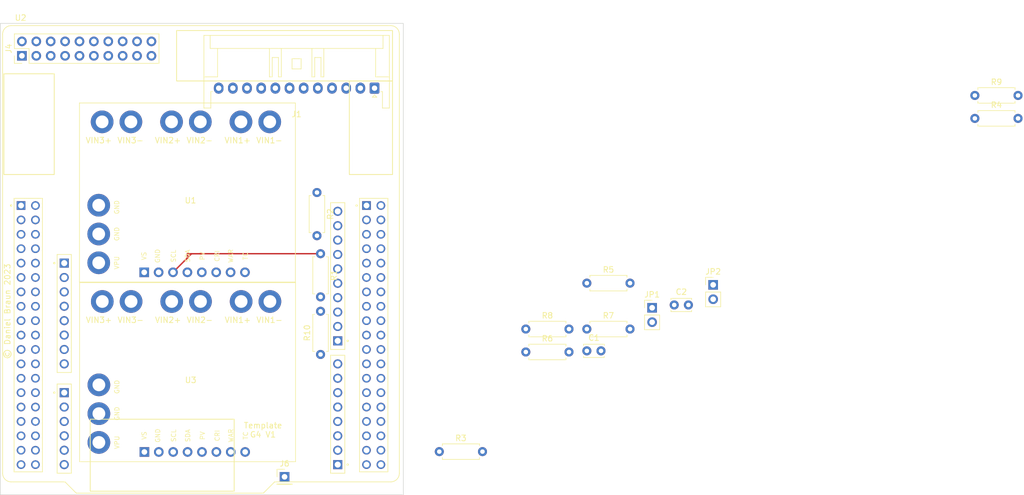
<source format=kicad_pcb>
(kicad_pcb (version 20211014) (generator pcbnew)
  (layers (0 "F.Cu" signal) (31 "B.Cu" signal) (34 "B.Paste" user) (35 "F.Paste" user) (36 "B.SilkS" user "B.Silkscreen") (37 "F.SilkS" user "F.Silkscreen") (38 "B.Mask" user) (39 "F.Mask" user) (44 "Edge.Cuts" user))
  (net 0 "")
  (net 1 "GND")
  (net 2 "5VCPU")
  (net 3 "3V3")
  (net 4 "12V")
  (net 5 "5V")
  (net 56 "I2C3_CK")
  (net 57 "T0C")
  (net 58 "I2C3_DTA")
  (net 59 "T1C")
  (net 60 "I2C3_SCL")
  (net 62 "+3V3")
  (net 63 "I2C3_SDA")
  (net 65 "T2C")
  (net 66 "T3C")
  (net 67 "T0A")
  (net 68 "T0B")
  (net 69 "T1A")
  (net 70 "T1B")
  (net 71 "T2A")
  (net 72 "T2B")
  (net 73 "T3A")
  (net 74 "T3B")
  (net 75 "R0A")
  (net 76 "R0B")
  (net 77 "R1A")
  (net 78 "R1B")
  (net 79 "Net-(R3-Pad2)")
  (net 80 "Net-(R4-Pad2)")
  (net 81 "R2A")
  (net 82 "R2B")
  (net 83 "Net-(R5-Pad2)")
  (net 88 "Net-(R6-Pad2)")
  (net 89 "Net-(R7-Pad2)")
  (net 92 "Net-(R8-Pad2)")
  (net 93 "T4C")
  (net 94 "T4B")
  (net 95 "T5C")
  (net 96 "T5B")
  (net 97 "Net-(JP1-Pad2)")
  (net 98 "Net-(JP2-Pad2)")
  (net 103 "T4A")
  (net 104 "T5A")
  (footprint "Resistor_THT:R_Axial_DIN0207_L6.3mm_D2.5mm_P7.62mm_Horizontal" (layer "F.Cu") (at 243.73 76.215)
    (fp_text reference "R9" (at 3.81 -2.37) (layer "F.SilkS"))
    (fp_text value "10k")
    (fp_line (start 0.54 -1.37) (end 7.08 -1.37) (layer "F.SilkS") (width 0.12))
    (fp_line (start 0.54 1.04) (end 0.54 1.37) (layer "F.SilkS") (width 0.12))
    (fp_line (start 7.08 -1.37) (end 7.08 -1.04) (layer "F.SilkS") (width 0.12))
    (fp_line (start 0.54 1.37) (end 7.08 1.37) (layer "F.SilkS") (width 0.12))
    (fp_line (start 0.54 -1.04) (end 0.54 -1.37) (layer "F.SilkS") (width 0.12))
    (fp_line (start 7.08 1.37) (end 7.08 1.04) (layer "F.SilkS") (width 0.12))
    (pad "1" thru_hole circle (at 0 0) (size 1.6 1.6) (drill 0.8) (layers *.Cu *.Mask) (net 60 "I2C3_SCL"))
    (pad "2" thru_hole oval (at 7.62 0) (size 1.6 1.6) (drill 0.8) (layers *.Cu *.Mask) (net 62 "+3V3"))
  )
  (footprint "Resistor_THT:R_Axial_DIN0207_L6.3mm_D2.5mm_P7.62mm_Horizontal" (layer "F.Cu") (at 128.27 104.14 -90)
    (fp_text reference "R1" (at 3.81 -2.37 90) (layer "F.SilkS"))
    (fp_text value "10k")
    (fp_line (start 7.08 -1.37) (end 7.08 -1.04) (layer "F.SilkS") (width 0.12))
    (fp_line (start 0.54 -1.04) (end 0.54 -1.37) (layer "F.SilkS") (width 0.12))
    (fp_line (start 0.54 -1.37) (end 7.08 -1.37) (layer "F.SilkS") (width 0.12))
    (fp_line (start 0.54 1.37) (end 7.08 1.37) (layer "F.SilkS") (width 0.12))
    (fp_line (start 0.54 1.04) (end 0.54 1.37) (layer "F.SilkS") (width 0.12))
    (fp_line (start 7.08 1.37) (end 7.08 1.04) (layer "F.SilkS") (width 0.12))
    (pad "1" thru_hole circle (at 0 0 270) (size 1.6 1.6) (drill 0.8) (layers *.Cu *.Mask) (net 60 "I2C3_SCL"))
    (pad "2" thru_hole oval (at 7.62 0 270) (size 1.6 1.6) (drill 0.8) (layers *.Cu *.Mask) (net 62 "+3V3"))
  )
  (footprint "Resistor_THT:R_Axial_DIN0207_L6.3mm_D2.5mm_P7.62mm_Horizontal" (layer "F.Cu") (at 164.49 117.435)
    (fp_text reference "R8" (at 3.81 -2.37) (layer "F.SilkS"))
    (fp_text value "10k")
    (fp_line (start 0.54 1.04) (end 0.54 1.37) (layer "F.SilkS") (width 0.12))
    (fp_line (start 0.54 -1.37) (end 7.08 -1.37) (layer "F.SilkS") (width 0.12))
    (fp_line (start 0.54 1.37) (end 7.08 1.37) (layer "F.SilkS") (width 0.12))
    (fp_line (start 7.08 -1.37) (end 7.08 -1.04) (layer "F.SilkS") (width 0.12))
    (fp_line (start 0.54 -1.04) (end 0.54 -1.37) (layer "F.SilkS") (width 0.12))
    (fp_line (start 7.08 1.37) (end 7.08 1.04) (layer "F.SilkS") (width 0.12))
    (pad "1" thru_hole circle (at 0 0) (size 1.6 1.6) (drill 0.8) (layers *.Cu *.Mask) (net 3 "3V3"))
    (pad "2" thru_hole oval (at 7.62 0) (size 1.6 1.6) (drill 0.8) (layers *.Cu *.Mask) (net 92 "Net-(R8-Pad2)"))
  )
  (footprint "Resistor_THT:R_Axial_DIN0207_L6.3mm_D2.5mm_P7.62mm_Horizontal" (layer "F.Cu") (at 175.26 109.335)
    (fp_text reference "R5" (at 3.81 -2.37) (layer "F.SilkS"))
    (fp_text value "10k")
    (fp_line (start 0.54 1.37) (end 7.08 1.37) (layer "F.SilkS") (width 0.12))
    (fp_line (start 7.08 -1.37) (end 7.08 -1.04) (layer "F.SilkS") (width 0.12))
    (fp_line (start 0.54 -1.37) (end 7.08 -1.37) (layer "F.SilkS") (width 0.12))
    (fp_line (start 0.54 -1.04) (end 0.54 -1.37) (layer "F.SilkS") (width 0.12))
    (fp_line (start 7.08 1.37) (end 7.08 1.04) (layer "F.SilkS") (width 0.12))
    (fp_line (start 0.54 1.04) (end 0.54 1.37) (layer "F.SilkS") (width 0.12))
    (pad "1" thru_hole circle (at 0 0) (size 1.6 1.6) (drill 0.8) (layers *.Cu *.Mask) (net 3 "3V3"))
    (pad "2" thru_hole oval (at 7.62 0) (size 1.6 1.6) (drill 0.8) (layers *.Cu *.Mask) (net 83 "Net-(R5-Pad2)"))
  )
  (footprint "Connector_PinHeader_2.54mm:PinHeader_1x02_P2.54mm_Vertical" (layer "F.Cu") (at 197.55 109.635)
    (fp_text reference "JP2" (at 0 -2.33) (layer "F.SilkS"))
    (fp_text value "SJ")
    (fp_line (start -1.33 -1.33) (end 0 -1.33) (layer "F.SilkS") (width 0.12))
    (fp_line (start -1.33 1.27) (end -1.33 3.87) (layer "F.SilkS") (width 0.12))
    (fp_line (start 1.33 1.27) (end 1.33 3.87) (layer "F.SilkS") (width 0.12))
    (fp_line (start -1.33 0) (end -1.33 -1.33) (layer "F.SilkS") (width 0.12))
    (fp_line (start -1.33 1.27) (end 1.33 1.27) (layer "F.SilkS") (width 0.12))
    (fp_line (start -1.33 3.87) (end 1.33 3.87) (layer "F.SilkS") (width 0.12))
    (pad "1" thru_hole rect (at 0 0) (size 1.7 1.7) (drill 1) (layers *.Cu *.Mask) (net 58 "I2C3_DTA"))
    (pad "2" thru_hole oval (at 0 2.54) (size 1.7 1.7) (drill 1) (layers *.Cu *.Mask) (net 98 "Net-(JP2-Pad2)"))
  )
  (footprint "Resistor_THT:R_Axial_DIN0207_L6.3mm_D2.5mm_P7.62mm_Horizontal" (layer "F.Cu") (at 243.73 80.265)
    (fp_text reference "R4" (at 3.81 -2.37) (layer "F.SilkS"))
    (fp_text value "10k")
    (fp_line (start 0.54 -1.04) (end 0.54 -1.37) (layer "F.SilkS") (width 0.12))
    (fp_line (start 7.08 -1.37) (end 7.08 -1.04) (layer "F.SilkS") (width 0.12))
    (fp_line (start 0.54 1.37) (end 7.08 1.37) (layer "F.SilkS") (width 0.12))
    (fp_line (start 0.54 1.04) (end 0.54 1.37) (layer "F.SilkS") (width 0.12))
    (fp_line (start 0.54 -1.37) (end 7.08 -1.37) (layer "F.SilkS") (width 0.12))
    (fp_line (start 7.08 1.37) (end 7.08 1.04) (layer "F.SilkS") (width 0.12))
    (pad "1" thru_hole circle (at 0 0) (size 1.6 1.6) (drill 0.8) (layers *.Cu *.Mask) (net 3 "3V3"))
    (pad "2" thru_hole oval (at 7.62 0) (size 1.6 1.6) (drill 0.8) (layers *.Cu *.Mask) (net 80 "Net-(R4-Pad2)"))
  )
  (footprint "Resistor_THT:R_Axial_DIN0207_L6.3mm_D2.5mm_P7.62mm_Horizontal" (layer "F.Cu") (at 149.225 139.065)
    (fp_text reference "R3" (at 3.81 -2.37) (layer "F.SilkS"))
    (fp_text value "10k")
    (fp_line (start 0.54 1.37) (end 7.08 1.37) (layer "F.SilkS") (width 0.12))
    (fp_line (start 0.54 -1.37) (end 7.08 -1.37) (layer "F.SilkS") (width 0.12))
    (fp_line (start 0.54 1.04) (end 0.54 1.37) (layer "F.SilkS") (width 0.12))
    (fp_line (start 0.54 -1.04) (end 0.54 -1.37) (layer "F.SilkS") (width 0.12))
    (fp_line (start 7.08 -1.37) (end 7.08 -1.04) (layer "F.SilkS") (width 0.12))
    (fp_line (start 7.08 1.37) (end 7.08 1.04) (layer "F.SilkS") (width 0.12))
    (pad "1" thru_hole circle (at 0 0) (size 1.6 1.6) (drill 0.8) (layers *.Cu *.Mask) (net 3 "3V3"))
    (pad "2" thru_hole oval (at 7.62 0) (size 1.6 1.6) (drill 0.8) (layers *.Cu *.Mask) (net 79 "Net-(R3-Pad2)"))
  )
  (footprint "Capacitor_THT:C_Disc_D3.4mm_W2.1mm_P2.50mm" (layer "F.Cu") (at 175.26 121.285)
    (fp_text reference "C1" (at 1.25 -2.3) (layer "F.SilkS"))
    (fp_text value "100nF")
    (fp_line (start -0.57 -1.17) (end -0.57 -0.925) (layer "F.SilkS") (width 0.12))
    (fp_line (start 3.07 -1.17) (end 3.07 -0.925) (layer "F.SilkS") (width 0.12))
    (fp_line (start -0.57 0.925) (end -0.57 1.17) (layer "F.SilkS") (width 0.12))
    (fp_line (start 3.07 0.925) (end 3.07 1.17) (layer "F.SilkS") (width 0.12))
    (fp_line (start -0.57 1.17) (end 3.07 1.17) (layer "F.SilkS") (width 0.12))
    (fp_line (start -0.57 -1.17) (end 3.07 -1.17) (layer "F.SilkS") (width 0.12))
    (pad "1" thru_hole circle (at 0 0) (size 1.6 1.6) (drill 0.8) (layers *.Cu *.Mask) (net 1 "GND"))
    (pad "2" thru_hole circle (at 2.5 0) (size 1.6 1.6) (drill 0.8) (layers *.Cu *.Mask) (net 3 "3V3"))
  )
  (footprint "Connector_PinHeader_2.54mm:PinHeader_2x10_P2.54mm_Vertical" (layer "F.Cu") (at 75.57 69.22 90)
    (fp_text reference "J4" (at 1.27 -2.33 90) (layer "F.SilkS"))
    (fp_text value "Conn_02x10_Odd_Even")
    (fp_line (start 1.27 -1.33) (end 3.87 -1.33) (layer "F.SilkS") (width 0.12))
    (fp_line (start -1.33 -1.33) (end 0 -1.33) (layer "F.SilkS") (width 0.12))
    (fp_line (start -1.33 0) (end -1.33 -1.33) (layer "F.SilkS") (width 0.12))
    (fp_line (start -1.33 1.27) (end 1.27 1.27) (layer "F.SilkS") (width 0.12))
    (fp_line (start 1.27 1.27) (end 1.27 -1.33) (layer "F.SilkS") (width 0.12))
    (fp_line (start 3.87 -1.33) (end 3.87 24.19) (layer "F.SilkS") (width 0.12))
    (fp_line (start -1.33 1.27) (end -1.33 24.19) (layer "F.SilkS") (width 0.12))
    (fp_line (start -1.33 24.19) (end 3.87 24.19) (layer "F.SilkS") (width 0.12))
    (pad "1" thru_hole rect (at 0 0 90) (size 1.7 1.7) (drill 1) (layers *.Cu *.Mask) (net 5 "5V"))
    (pad "2" thru_hole oval (at 2.54 0 90) (size 1.7 1.7) (drill 1) (layers *.Cu *.Mask) (net 57 "T0C"))
    (pad "3" thru_hole oval (at 0 2.54 90) (size 1.7 1.7) (drill 1) (layers *.Cu *.Mask) (net 1 "GND"))
    (pad "4" thru_hole oval (at 2.54 2.54 90) (size 1.7 1.7) (drill 1) (layers *.Cu *.Mask) (net 68 "T0B"))
    (pad "5" thru_hole oval (at 0 5.08 90) (size 1.7 1.7) (drill 1) (layers *.Cu *.Mask) (net 4 "12V"))
    (pad "6" thru_hole oval (at 2.54 5.08 90) (size 1.7 1.7) (drill 1) (layers *.Cu *.Mask))
    (pad "7" thru_hole oval (at 0 7.62 90) (size 1.7 1.7) (drill 1) (layers *.Cu *.Mask) (net 67 "T0A"))
    (pad "8" thru_hole oval (at 2.54 7.62 90) (size 1.7 1.7) (drill 1) (layers *.Cu *.Mask) (net 68 "T0B"))
    (pad "9" thru_hole oval (at 0 10.16 90) (size 1.7 1.7) (drill 1) (layers *.Cu *.Mask) (net 69 "T1A"))
    (pad "10" thru_hole oval (at 2.54 10.16 90) (size 1.7 1.7) (drill 1) (layers *.Cu *.Mask) (net 70 "T1B"))
    (pad "11" thru_hole oval (at 0 12.7 90) (size 1.7 1.7) (drill 1) (layers *.Cu *.Mask) (net 71 "T2A"))
    (pad "12" thru_hole oval (at 2.54 12.7 90) (size 1.7 1.7) (drill 1) (layers *.Cu *.Mask) (net 72 "T2B"))
    (pad "13" thru_hole oval (at 0 15.24 90) (size 1.7 1.7) (drill 1) (layers *.Cu *.Mask) (net 73 "T3A"))
    (pad "14" thru_hole oval (at 2.54 15.24 90) (size 1.7 1.7) (drill 1) (layers *.Cu *.Mask) (net 74 "T3B"))
    (pad "15" thru_hole oval (at 0 17.78 90) (size 1.7 1.7) (drill 1) (layers *.Cu *.Mask) (net 75 "R0A"))
    (pad "16" thru_hole oval (at 2.54 17.78 90) (size 1.7 1.7) (drill 1) (layers *.Cu *.Mask) (net 76 "R0B"))
    (pad "17" thru_hole oval (at 0 20.32 90) (size 1.7 1.7) (drill 1) (layers *.Cu *.Mask) (net 77 "R1A"))
    (pad "18" thru_hole oval (at 2.54 20.32 90) (size 1.7 1.7) (drill 1) (layers *.Cu *.Mask) (net 78 "R1B"))
    (pad "19" thru_hole oval (at 0 22.86 90) (size 1.7 1.7) (drill 1) (layers *.Cu *.Mask) (net 81 "R2A"))
    (pad "20" thru_hole oval (at 2.54 22.86 90) (size 1.7 1.7) (drill 1) (layers *.Cu *.Mask) (net 82 "R2B"))
  )
  (footprint "Resistor_THT:R_Axial_DIN0207_L6.3mm_D2.5mm_P7.62mm_Horizontal" (layer "F.Cu") (at 164.49 121.485)
    (fp_text reference "R6" (at 3.81 -2.37) (layer "F.SilkS"))
    (fp_text value "10k")
    (fp_line (start 0.54 1.04) (end 0.54 1.37) (layer "F.SilkS") (width 0.12))
    (fp_line (start 0.54 1.37) (end 7.08 1.37) (layer "F.SilkS") (width 0.12))
    (fp_line (start 7.08 1.37) (end 7.08 1.04) (layer "F.SilkS") (width 0.12))
    (fp_line (start 0.54 -1.04) (end 0.54 -1.37) (layer "F.SilkS") (width 0.12))
    (fp_line (start 7.08 -1.37) (end 7.08 -1.04) (layer "F.SilkS") (width 0.12))
    (fp_line (start 0.54 -1.37) (end 7.08 -1.37) (layer "F.SilkS") (width 0.12))
    (pad "1" thru_hole circle (at 0 0) (size 1.6 1.6) (drill 0.8) (layers *.Cu *.Mask) (net 3 "3V3"))
    (pad "2" thru_hole oval (at 7.62 0) (size 1.6 1.6) (drill 0.8) (layers *.Cu *.Mask) (net 88 "Net-(R6-Pad2)"))
  )
  (footprint "G4Lib:MODULE_NUCLEO-G491RE" (layer "F.Cu") (at 107.17 105.15)
    (fp_text reference "U2" (at -31.825 -42.635) (layer "F.SilkS"))
    (fp_text value "NUCLEO-G491RE")
    (fp_line (start -27.98 -10.78) (end -32.98 -10.78) (layer "F.SilkS") (width 0.127))
    (fp_line (start 27.98 -10.78) (end 27.98 37.48) (layer "F.SilkS") (width 0.127))
    (fp_line (start -22 41.25) (end -24 39.25) (layer "F.SilkS") (width 0.127))
    (fp_line (start 27.98 37.48) (end 32.98 37.48) (layer "F.SilkS") (width 0.127))
    (fp_line (start -32.98 37.48) (end -27.98 37.48) (layer "F.SilkS") (width 0.127))
    (fp_line (start -35 37.75) (end -35 -39.75) (layer "F.SilkS") (width 0.127))
    (fp_line (start -22.88 37.73) (end -22.88 21.99) (layer "F.SilkS") (width 0.127))
    (fp_line (start 11 41.25) (end -22 41.25) (layer "F.SilkS") (width 0.127))
    (fp_line (start 32.98 -10.78) (end 27.98 -10.78) (layer "F.SilkS") (width 0.127))
    (fp_line (start -25.38 -0.87) (end -25.38 19.95) (layer "F.SilkS") (width 0.127))
    (fp_line (start 22.88 -10.01) (end 22.88 15.89) (layer "F.SilkS") (width 0.127))
    (fp_line (start 32.98 37.48) (end 32.98 -10.78) (layer "F.SilkS") (width 0.127))
    (fp_line (start 25.38 37.73) (end 25.38 16.91) (layer "F.SilkS") (width 0.127))
    (fp_line (start -33.5 -41.25) (end 33.5 -41.25) (layer "F.SilkS") (width 0.127))
    (fp_line (start -22.88 21.99) (end -25.38 21.99) (layer "F.SilkS") (width 0.127))
    (fp_line (start 22.88 15.89) (end 25.38 15.89) (layer "F.SilkS") (width 0.127))
    (fp_line (start -27.98 37.48) (end -27.98 -10.78) (layer "F.SilkS") (width 0.127))
    (fp_line (start 33.5 39.25) (end 13 39.25) (layer "F.SilkS") (width 0.127))
    (fp_line (start 22.88 16.91) (end 22.88 37.73) (layer "F.SilkS") (width 0.127))
    (fp_line (start 25.38 16.91) (end 22.88 16.91) (layer "F.SilkS") (width 0.127))
    (fp_line (start 22.88 37.73) (end 25.38 37.73) (layer "F.SilkS") (width 0.127))
    (fp_line (start -32.98 -10.78) (end -32.98 37.48) (layer "F.SilkS") (width 0.127))
    (fp_line (start -25.38 21.99) (end -25.38 37.73) (layer "F.SilkS") (width 0.127))
    (fp_line (start -25.38 37.73) (end -22.88 37.73) (layer "F.SilkS") (width 0.127))
    (fp_line (start -22.88 19.95) (end -22.88 -0.87) (layer "F.SilkS") (width 0.127))
    (fp_line (start 25.38 -10.01) (end 22.88 -10.01) (layer "F.SilkS") (width 0.127))
    (fp_line (start 35 -39.75) (end 35 37.75) (layer "F.SilkS") (width 0.127))
    (fp_line (start -22.88 -0.87) (end -25.38 -0.87) (layer "F.SilkS") (width 0.127))
    (fp_line (start 13 39.25) (end 11 41.25) (layer "F.SilkS") (width 0.127))
    (fp_line (start 25.38 15.89) (end 25.38 -10.01) (layer "F.SilkS") (width 0.127))
    (fp_line (start -24 39.25) (end -33.5 39.25) (layer "F.SilkS") (width 0.127))
    (fp_line (start -25.38 19.95) (end -22.88 19.95) (layer "F.SilkS") (width 0.127))
    (fp_arc (start 35 37.75) (mid 34.56066 38.81066) (end 33.5 39.25) (layer "F.SilkS") (width 0.127))
    (fp_arc (start -35 -39.75) (mid -34.56066 -40.81066) (end -33.5 -41.25) (layer "F.SilkS") (width 0.127))
    (fp_arc (start 33.5 -41.25) (mid 34.56066 -40.81066) (end 35 -39.75) (layer "F.SilkS") (width 0.127))
    (fp_arc (start -33.5 39.25) (mid -34.56066 38.81066) (end -35 37.75) (layer "F.SilkS") (width 0.127))
    (fp_circle (center -25.88 0.65) (end -25.78 0.65) (layer "F.SilkS") (width 0.2) (fill none))
    (fp_circle (center 25.88 36.21) (end 25.98 36.21) (layer "F.SilkS") (width 0.2) (fill none))
    (fp_circle (center -33.5 -9.51) (end -33.4 -9.51) (layer "F.SilkS") (width 0.2) (fill none))
    (fp_circle (center 25.88 14.37) (end 25.98 14.37) (layer "F.SilkS") (width 0.2) (fill none))
    (fp_circle (center 27.46 -9.51) (end 27.56 -9.51) (layer "F.SilkS") (width 0.2) (fill none))
    (fp_circle (center -25.88 23.51) (end -25.78 23.51) (layer "F.SilkS") (width 0.2) (fill none))
    (pad "" np_thru_hole circle (at -24.13 -13.32) (size 3 3) (drill 3) (layers *.Cu *.Mask))
    (pad "" np_thru_hole circle (at 24.13 -12.05) (size 3 3) (drill 3) (layers *.Cu *.Mask))
    (pad "" np_thru_hole circle (at 8.89 38.75) (size 3 3) (drill 3) (layers *.Cu *.Mask))
    (pad "CN5_1" thru_hole rect (at 24.13 14.37) (size 1.605 1.605) (drill 1.07) (layers *.Cu *.Mask))
    (pad "CN5_2" thru_hole circle (at 24.13 11.83) (size 1.605 1.605) (drill 1.07) (layers *.Cu *.Mask))
    (pad "CN5_3" thru_hole circle (at 24.13 9.29) (size 1.605 1.605) (drill 1.07) (layers *.Cu *.Mask))
    (pad "CN5_4" thru_hole circle (at 24.13 6.75) (size 1.605 1.605) (drill 1.07) (layers *.Cu *.Mask))
    (pad "CN5_5" thru_hole circle (at 24.13 4.21) (size 1.605 1.605) (drill 1.07) (layers *.Cu *.Mask))
    (pad "CN5_6" thru_hole circle (at 24.13 1.67) (size 1.605 1.605) (drill 1.07) (layers *.Cu *.Mask))
    (pad "CN5_7" thru_hole circle (at 24.13 -0.87) (size 1.605 1.605) (drill 1.07) (layers *.Cu *.Mask))
    (pad "CN5_8" thru_hole circle (at 24.13 -3.41) (size 1.605 1.605) (drill 1.07) (layers *.Cu *.Mask))
    (pad "CN5_9" thru_hole circle (at 24.13 -5.95) (size 1.605 1.605) (drill 1.07) (layers *.Cu *.Mask))
    (pad "CN5_10" thru_hole circle (at 24.13 -8.49) (size 1.605 1.605) (drill 1.07) (layers *.Cu *.Mask))
    (pad "CN6_1" thru_hole rect (at -24.13 0.65) (size 1.605 1.605) (drill 1.07) (layers *.Cu *.Mask))
    (pad "CN6_2" thru_hole circle (at -24.13 3.19) (size 1.605 1.605) (drill 1.07) (layers *.Cu *.Mask))
    (pad "CN6_3" thru_hole circle (at -24.13 5.73) (size 1.605 1.605) (drill 1.07) (layers *.Cu *.Mask))
    (pad "CN6_4" thru_hole circle (at -24.13 8.27) (size 1.605 1.605) (drill 1.07) (layers *.Cu *.Mask))
    (pad "CN6_5" thru_hole circle (at -24.13 10.81) (size 1.605 1.605) (drill 1.07) (layers *.Cu *.Mask))
    (pad "CN6_6" thru_hole circle (at -24.13 13.35) (size 1.605 1.605) (drill 1.07) (layers *.Cu *.Mask))
    (pad "CN6_7" thru_hole circle (at -24.13 15.89) (size 1.605 1.605) (drill 1.07) (layers *.Cu *.Mask))
    (pad "CN6_8" thru_hole circle (at -24.13 18.43) (size 1.605 1.605) (drill 1.07) (layers *.Cu *.Mask))
    (pad "CN7_1" thru_hole rect (at -31.75 -9.51) (size 1.53 1.53) (drill 1.02) (layers *.Cu *.Mask))
    (pad "CN7_2" thru_hole circle (at -29.21 -9.51) (size 1.53 1.53) (drill 1.02) (layers *.Cu *.Mask))
    (pad "CN7_3" thru_hole circle (at -31.75 -6.97) (size 1.53 1.53) (drill 1.02) (layers *.Cu *.Mask))
    (pad "CN7_4" thru_hole circle (at -29.21 -6.97) (size 1.53 1.53) (drill 1.02) (layers *.Cu *.Mask))
    (pad "CN7_5" thru_hole circle (at -31.75 -4.43) (size 1.53 1.53) (drill 1.02) (layers *.Cu *.Mask))
    (pad "CN7_6" thru_hole circle (at -29.21 -4.43) (size 1.53 1.53) (drill 1.02) (layers *.Cu *.Mask))
    (pad "CN7_7" thru_hole circle (at -31.75 -1.89) (size 1.53 1.53) (drill 1.02) (layers *.Cu *.Mask))
    (pad "CN7_8" thru_hole circle (at -29.21 -1.89) (size 1.53 1.53) (drill 1.02) (layers *.Cu *.Mask) (net 1 "GND"))
    (pad "CN7_9" thru_hole circle (at -31.75 0.65) (size 1.53 1.53) (drill 1.02) (layers *.Cu *.Mask))
    (pad "CN7_10" thru_hole circle (at -29.21 0.65) (size 1.53 1.53) (drill 1.02) (layers *.Cu *.Mask))
    (pad "CN7_11" thru_hole circle (at -31.75 3.19) (size 1.53 1.53) (drill 1.02) (layers *.Cu *.Mask))
    (pad "CN7_12" thru_hole circle (at -29.21 3.19) (size 1.53 1.53) (drill 1.02) (layers *.Cu *.Mask))
    (pad "CN7_13" thru_hole circle (at -31.75 5.73) (size 1.53 1.53) (drill 1.02) (layers *.Cu *.Mask))
    (pad "CN7_14" thru_hole circle (at -29.21 5.73) (size 1.53 1.53) (drill 1.02) (layers *.Cu *.Mask))
    (pad "CN7_15" thru_hole circle (at -31.75 8.27) (size 1.53 1.53) (drill 1.02) (layers *.Cu *.Mask))
    (pad "CN7_16" thru_hole circle (at -29.21 8.27) (size 1.53 1.53) (drill 1.02) (layers *.Cu *.Mask) (net 3 "3V3"))
    (pad "CN7_17" thru_hole circle (at -31.75 10.81) (size 1.53 1.53) (drill 1.02) (layers *.Cu *.Mask))
    (pad "CN7_18" thru_hole circle (at -29.21 10.81) (size 1.53 1.53) (drill 1.02) (layers *.Cu *.Mask) (net 2 "5VCPU"))
    (pad "CN7_19" thru_hole circle (at -31.75 13.35) (size 1.53 1.53) (drill 1.02) (layers *.Cu *.Mask) (net 1 "GND"))
    (pad "CN7_20" thru_hole circle (at -29.21 13.35) (size 1.53 1.53) (drill 1.02) (layers *.Cu *.Mask) (net 1 "GND"))
    (pad "CN7_21" thru_hole circle (at -31.75 15.89) (size 1.53 1.53) (drill 1.02) (layers *.Cu *.Mask))
    (pad "CN7_22" thru_hole circle (at -29.21 15.89) (size 1.53 1.53) (drill 1.02) (layers *.Cu *.Mask) (net 1 "GND"))
    (pad "CN7_23" thru_hole circle (at -31.75 18.43) (size 1.53 1.53) (drill 1.02) (layers *.Cu *.Mask))
    (pad "CN7_24" thru_hole circle (at -29.21 18.43) (size 1.53 1.53) (drill 1.02) (layers *.Cu *.Mask))
    (pad "CN7_25" thru_hole circle (at -31.75 20.97) (size 1.53 1.53) (drill 1.02) (layers *.Cu *.Mask))
    (pad "CN7_26" thru_hole circle (at -29.21 20.97) (size 1.53 1.53) (drill 1.02) (layers *.Cu *.Mask))
    (pad "CN7_27" thru_hole circle (at -31.75 23.51) (size 1.53 1.53) (drill 1.02) (layers *.Cu *.Mask))
    (pad "CN7_28" thru_hole circle (at -29.21 23.51) (size 1.53 1.53) (drill 1.02) (layers *.Cu *.Mask))
    (pad "CN7_29" thru_hole circle (at -31.75 26.05) (size 1.53 1.53) (drill 1.02) (layers *.Cu *.Mask))
    (pad "CN7_30" thru_hole circle (at -29.21 26.05) (size 1.53 1.53) (drill 1.02) (layers *.Cu *.Mask))
    (pad "CN7_31" thru_hole circle (at -31.75 28.59) (size 1.53 1.53) (drill 1.02) (layers *.Cu *.Mask) (net 1 "GND"))
    (pad "CN7_32" thru_hole circle (at -29.21 28.59) (size 1.53 1.53) (drill 1.02) (layers *.Cu *.Mask))
    (pad "CN7_33" thru_hole circle (at -31.75 31.13) (size 1.53 1.53) (drill 1.02) (layers *.Cu *.Mask))
    (pad "CN7_34" thru_hole circle (at -29.21 31.13) (size 1.53 1.53) (drill 1.02) (layers *.Cu *.Mask))
    (pad "CN7_35" thru_hole circle (at -31.75 33.67) (size 1.53 1.53) (drill 1.02) (layers *.Cu *.Mask))
    (pad "CN7_36" thru_hole circle (at -29.21 33.67) (size 1.53 1.53) (drill 1.02) (layers *.Cu *.Mask))
    (pad "CN7_37" thru_hole circle (at -31.75 36.21) (size 1.53 1.53) (drill 1.02) (layers *.Cu *.Mask))
    (pad "CN7_38" thru_hole circle (at -29.21 36.21) (size 1.53 1.53) (drill 1.02) (layers *.Cu *.Mask))
    (pad "CN8_1" thru_hole rect (at -24.13 23.51) (size 1.605 1.605) (drill 1.07) (layers *.Cu *.Mask))
    (pad "CN8_2" thru_hole circle (at -24.13 26.05) (size 1.605 1.605) (drill 1.07) (layers *.Cu *.Mask))
    (pad "CN8_3" thru_hole circle (at -24.13 28.59) (size 1.605 1.605) (drill 1.07) (layers *.Cu *.Mask))
    (pad "CN8_4" thru_hole circle (at -24.13 31.13) (size 1.605 1.605) (drill 1.07) (layers *.Cu *.Mask))
    (pad "CN8_5" thru_hole circle (at -24.13 33.67) (size 1.605 1.605) (drill 1.07) (layers *.Cu *.Mask))
    (pad "CN8_6" thru_hole circle (at -24.13 36.21) (size 1.605 1.605) (drill 1.07) (layers *.Cu *.Mask))
    (pad "CN9_1" thru_hole rect (at 24.13 36.21) (size 1.605 1.605) (drill 1.07) (layers *.Cu *.Mask))
    (pad "CN9_2" thru_hole circle (at 24.13 33.67) (size 1.605 1.605) (drill 1.07) (layers *.Cu *.Mask))
    (pad "CN9_3" thru_hole circle (at 24.13 31.13) (size 1.605 1.605) (drill 1.07) (layers *.Cu *.Mask))
    (pad "CN9_4" thru_hole circle (at 24.13 28.59) (size 1.605 1.605) (drill 1.07) (layers *.Cu *.Mask))
    (pad "CN9_5" thru_hole circle (at 24.13 26.05) (size 1.605 1.605) (drill 1.07) (layers *.Cu *.Mask))
    (pad "CN9_6" thru_hole circle (at 24.13 23.51) (size 1.605 1.605) (drill 1.07) (layers *.Cu *.Mask))
    (pad "CN9_7" thru_hole circle (at 24.13 20.97) (size 1.605 1.605) (drill 1.07) (layers *.Cu *.Mask))
    (pad "CN9_8" thru_hole circle (at 24.13 18.43) (size 1.605 1.605) (drill 1.07) (layers *.Cu *.Mask))
    (pad "CN10_1" thru_hole rect (at 29.21 -9.51) (size 1.53 1.53) (drill 1.02) (layers *.Cu *.Mask) (net 98 "Net-(JP2-Pad2)"))
    (pad "CN10_2" thru_hole circle (at 31.75 -9.51) (size 1.53 1.53) (drill 1.02) (layers *.Cu *.Mask) (net 97 "Net-(JP1-Pad2)"))
    (pad "CN10_3" thru_hole circle (at 29.21 -6.97) (size 1.53 1.53) (drill 1.02) (layers *.Cu *.Mask))
    (pad "CN10_4" thru_hole circle (at 31.75 -6.97) (size 1.53 1.53) (drill 1.02) (layers *.Cu *.Mask))
    (pad "CN10_5" thru_hole circle (at 29.21 -4.43) (size 1.53 1.53) (drill 1.02) (layers *.Cu *.Mask))
    (pad "CN10_6" thru_hole circle (at 31.75 -4.43) (size 1.53 1.53) (drill 1.02) (layers *.Cu *.Mask))
    (pad "CN10_7" thru_hole circle (at 29.21 -1.89) (size 1.53 1.53) (drill 1.02) (layers *.Cu *.Mask))
    (pad "CN10_8" thru_hole circle (at 31.75 -1.89) (size 1.53 1.53) (drill 1.02) (layers *.Cu *.Mask))
    (pad "CN10_9" thru_hole circle (at 29.21 0.65) (size 1.53 1.53) (drill 1.02) (layers *.Cu *.Mask))
    (pad "CN10_10" thru_hole circle (at 31.75 0.65) (size 1.53 1.53) (drill 1.02) (layers *.Cu *.Mask))
    (pad "CN10_11" thru_hole circle (at 29.21 3.19) (size 1.53 1.53) (drill 1.02) (layers *.Cu *.Mask))
    (pad "CN10_12" thru_hole circle (at 31.75 3.19) (size 1.53 1.53) (drill 1.02) (layers *.Cu *.Mask))
    (pad "CN10_13" thru_hole circle (at 29.21 5.73) (size 1.53 1.53) (drill 1.02) (layers *.Cu *.Mask))
    (pad "CN10_14" thru_hole circle (at 31.75 5.73) (size 1.53 1.53) (drill 1.02) (layers *.Cu *.Mask))
    (pad "CN10_15" thru_hole circle (at 29.21 8.27) (size 1.53 1.53) (drill 1.02) (layers *.Cu *.Mask))
    (pad "CN10_16" thru_hole circle (at 31.75 8.27) (size 1.53 1.53) (drill 1.02) (layers *.Cu *.Mask))
    (pad "CN10_17" thru_hole circle (at 29.21 10.81) (size 1.53 1.53) (drill 1.02) (layers *.Cu *.Mask))
    (pad "CN10_18" thru_hole circle (at 31.75 10.81) (size 1.53 1.53) (drill 1.02) (layers *.Cu *.Mask))
    (pad "CN10_19" thru_hole circle (at 29.21 13.35) (size 1.53 1.53) (drill 1.02) (layers *.Cu *.Mask))
    (pad "CN10_20" thru_hole circle (at 31.75 13.35) (size 1.53 1.53) (drill 1.02) (layers *.Cu *.Mask))
    (pad "CN10_21" thru_hole circle (at 29.21 15.89) (size 1.53 1.53) (drill 1.02) (layers *.Cu *.Mask))
    (pad "CN10_22" thru_hole circle (at 31.75 15.89) (size 1.53 1.53) (drill 1.02) (layers *.Cu *.Mask))
    (pad "CN10_23" thru_hole circle (at 29.21 18.43) (size 1.53 1.53) (drill 1.02) (layers *.Cu *.Mask))
    (pad "CN10_24" thru_hole circle (at 31.75 18.43) (size 1.53 1.53) (drill 1.02) (layers *.Cu *.Mask))
    (pad "CN10_25" thru_hole circle (at 29.21 20.97) (size 1.53 1.53) (drill 1.02) (layers *.Cu *.Mask))
    (pad "CN10_26" thru_hole circle (at 31.75 20.97) (size 1.53 1.53) (drill 1.02) (layers *.Cu *.Mask))
    (pad "CN10_27" thru_hole circle (at 29.21 23.51) (size 1.53 1.53) (drill 1.02) (layers *.Cu *.Mask))
    (pad "CN10_28" thru_hole circle (at 31.75 23.51) (size 1.53 1.53) (drill 1.02) (layers *.Cu *.Mask))
    (pad "CN10_29" thru_hole circle (at 29.21 26.05) (size 1.53 1.53) (drill 1.02) (layers *.Cu *.Mask))
    (pad "CN10_30" thru_hole circle (at 31.75 26.05) (size 1.53 1.53) (drill 1.02) (layers *.Cu *.Mask))
    (pad "CN10_31" thru_hole circle (at 29.21 28.59) (size 1.53 1.53) (drill 1.02) (layers *.Cu *.Mask))
    (pad "CN10_32" thru_hole circle (at 31.75 28.59) (size 1.53 1.53) (drill 1.02) (layers *.Cu *.Mask))
    (pad "CN10_33" thru_hole circle (at 29.21 31.13) (size 1.53 1.53) (drill 1.02) (layers *.Cu *.Mask))
    (pad "CN10_34" thru_hole circle (at 31.75 31.13) (size 1.53 1.53) (drill 1.02) (layers *.Cu *.Mask))
    (pad "CN10_35" thru_hole circle (at 29.21 33.67) (size 1.53 1.53) (drill 1.02) (layers *.Cu *.Mask))
    (pad "CN10_36" thru_hole circle (at 31.75 33.67) (size 1.53 1.53) (drill 1.02) (layers *.Cu *.Mask))
    (pad "CN10_37" thru_hole circle (at 29.21 36.21) (size 1.53 1.53) (drill 1.02) (layers *.Cu *.Mask))
    (pad "CN10_38" thru_hole circle (at 31.75 36.21) (size 1.53 1.53) (drill 1.02) (layers *.Cu *.Mask))
  )
  (footprint "Resistor_THT:R_Axial_DIN0207_L6.3mm_D2.5mm_P7.62mm_Horizontal" (layer "F.Cu") (at 175.26 117.435)
    (fp_text reference "R7" (at 3.81 -2.37) (layer "F.SilkS"))
    (fp_text value "10k")
    (fp_line (start 0.54 1.37) (end 7.08 1.37) (layer "F.SilkS") (width 0.12))
    (fp_line (start 0.54 1.04) (end 0.54 1.37) (layer "F.SilkS") (width 0.12))
    (fp_line (start 7.08 1.37) (end 7.08 1.04) (layer "F.SilkS") (width 0.12))
    (fp_line (start 0.54 -1.37) (end 7.08 -1.37) (layer "F.SilkS") (width 0.12))
    (fp_line (start 0.54 -1.04) (end 0.54 -1.37) (layer "F.SilkS") (width 0.12))
    (fp_line (start 7.08 -1.37) (end 7.08 -1.04) (layer "F.SilkS") (width 0.12))
    (pad "1" thru_hole circle (at 0 0) (size 1.6 1.6) (drill 0.8) (layers *.Cu *.Mask) (net 3 "3V3"))
    (pad "2" thru_hole oval (at 7.62 0) (size 1.6 1.6) (drill 0.8) (layers *.Cu *.Mask) (net 89 "Net-(R7-Pad2)"))
  )
  (footprint "Connector_JST:JST_XA_S12B-XASK-1N-BN_1x12_P2.50mm_Horizontal" (layer "F.Cu") (at 137.795 74.93 180)
    (fp_text reference "J1" (at 13.75 -4.6) (layer "F.SilkS"))
    (fp_text value "Conn_01x12_Female")
    (fp_line (start 27.7 7.01) (end 27.7 2) (layer "F.SilkS") (width 0.12))
    (fp_line (start -0.4 -1.6) (end 0.4 -1.6) (layer "F.SilkS") (width 0.12))
    (fp_line (start 16.95 5.41) (end 18.05 5.41) (layer "F.SilkS") (width 0.12))
    (fp_line (start 9.45 2) (end 8.95 2) (layer "F.SilkS") (width 0.12))
    (fp_line (start 28.89 -0.61) (end 28.61 -0.61) (layer "F.SilkS") (width 0.12))
    (fp_line (start -1.5 7.01) (end 29 7.01) (layer "F.SilkS") (width 0.12))
    (fp_line (start 12.95 3.4) (end 14.55 3.4) (layer "F.SilkS") (width 0.12))
    (fp_line (start 30.11 -3.51) (end 28.89 -3.51) (layer "F.SilkS") (width 0.12))
    (fp_line (start 9.45 5.41) (end 9.45 2) (layer "F.SilkS") (width 0.12))
    (fp_line (start 10.55 5.41) (end 9.45 5.41) (layer "F.SilkS") (width 0.12))
    (fp_line (start 14.55 3.4) (end 14.55 5.2) (layer "F.SilkS") (width 0.12))
    (fp_line (start 18.55 2) (end 18.55 7.01) (layer "F.SilkS") (width 0.12))
    (fp_line (start 11.05 7.01) (end 11.05 2) (layer "F.SilkS") (width 0.12))
    (fp_line (start 0 -1.2) (end -0.4 -1.6) (layer "F.SilkS") (width 0.12))
    (fp_line (start -1.5 9.31) (end -1.5 7.01) (layer "F.SilkS") (width 0.12))
    (fp_line (start -1.39 -3.51) (end -2.61 -3.51) (layer "F.SilkS") (width 0.12))
    (fp_line (start 18.05 2) (end 18.55 2) (layer "F.SilkS") (width 0.12))
    (fp_line (start -0.2 2) (end -2.61 2) (layer "F.SilkS") (width 0.12))
    (fp_line (start -1.11 -0.61) (end -1.39 -0.61) (layer "F.SilkS") (width 0.12))
    (fp_line (start 12.95 5.2) (end 12.95 3.4) (layer "F.SilkS") (width 0.12))
    (fp_line (start -2.61 -3.51) (end -2.61 9.31) (layer "F.SilkS") (width 0.12))
    (fp_line (start -2.61 9.31) (end 30.11 9.31) (layer "F.SilkS") (width 0.12))
    (fp_line (start 16.45 7.01) (end 16.45 2) (layer "F.SilkS") (width 0.12))
    (fp_line (start 30.11 9.31) (end 30.11 -3.51) (layer "F.SilkS") (width 0.12))
    (fp_line (start 16.95 2) (end 16.95 5.41) (layer "F.SilkS") (width 0.12))
    (fp_line (start 16.45 2) (end 16.95 2) (layer "F.SilkS") (width 0.12))
    (fp_line (start 11.05 2) (end 10.55 2) (layer "F.SilkS") (width 0.12))
    (fp_line (start 14.55 5.2) (end 12.95 5.2) (layer "F.SilkS") (width 0.12))
    (fp_line (start 0.4 -1.6) (end 0 -1.2) (layer "F.SilkS") (width 0.12))
    (fp_line (start 29 7.01) (end 29 9.31) (layer "F.SilkS") (width 0.12))
    (fp_line (start -1.39 -0.61) (end -1.39 -3.51) (layer "F.SilkS") (width 0.12))
    (fp_line (start 28.89 -3.51) (end 28.89 -0.61) (layer "F.SilkS") (width 0.12))
    (fp_line (start 10.55 2) (end 10.55 5.41) (layer "F.SilkS") (width 0.12))
    (fp_line (start 27.7 2) (end 30.11 2) (layer "F.SilkS") (width 0.12))
    (fp_line (start 8.95 2) (end 8.95 7.01) (layer "F.SilkS") (width 0.12))
    (fp_line (start -0.2 7.01) (end -0.2 2) (layer "F.SilkS") (width 0.12))
    (fp_line (start 18.05 5.41) (end 18.05 2) (layer "F.SilkS") (width 0.12))
    (pad "1" thru_hole roundrect (at 0 0 180) (size 1.7 1.95) (drill 0.95) (layers *.Cu *.Mask) (roundrect_rratio 0.147059) (net 57 "T0C"))
    (pad "2" thru_hole oval (at 2.5 0 180) (size 1.7 1.95) (drill 0.95) (layers *.Cu *.Mask) (net 68 "T0B"))
    (pad "3" thru_hole oval (at 5 0 180) (size 1.7 1.95) (drill 0.95) (layers *.Cu *.Mask) (net 59 "T1C"))
    (pad "4" thru_hole oval (at 7.5 0 180) (size 1.7 1.95) (drill 0.95) (layers *.Cu *.Mask) (net 70 "T1B"))
    (pad "5" thru_hole oval (at 10 0 180) (size 1.7 1.95) (drill 0.95) (layers *.Cu *.Mask) (net 65 "T2C"))
    (pad "6" thru_hole oval (at 12.5 0 180) (size 1.7 1.95) (drill 0.95) (layers *.Cu *.Mask) (net 72 "T2B"))
    (pad "7" thru_hole oval (at 15 0 180) (size 1.7 1.95) (drill 0.95) (layers *.Cu *.Mask) (net 66 "T3C"))
    (pad "8" thru_hole oval (at 17.5 0 180) (size 1.7 1.95) (drill 0.95) (layers *.Cu *.Mask) (net 74 "T3B"))
    (pad "9" thru_hole oval (at 20 0 180) (size 1.7 1.95) (drill 0.95) (layers *.Cu *.Mask) (net 93 "T4C"))
    (pad "10" thru_hole oval (at 22.5 0 180) (size 1.7 1.95) (drill 0.95) (layers *.Cu *.Mask) (net 94 "T4B"))
    (pad "11" thru_hole oval (at 25 0 180) (size 1.7 1.95) (drill 0.95) (layers *.Cu *.Mask) (net 95 "T5C"))
    (pad "12" thru_hole oval (at 27.5 0 180) (size 1.7 1.95) (drill 0.95) (layers *.Cu *.Mask) (net 96 "T5B"))
  )
  (footprint "Resistor_THT:R_Axial_DIN0207_L6.3mm_D2.5mm_P7.62mm_Horizontal" (layer "F.Cu") (at 128.27 121.92 90)
    (fp_text reference "R10" (at 3.81 -2.37 90) (layer "F.SilkS"))
    (fp_text value "10k")
    (fp_line (start 0.54 1.04) (end 0.54 1.37) (layer "F.SilkS") (width 0.12))
    (fp_line (start 7.08 -1.37) (end 7.08 -1.04) (layer "F.SilkS") (width 0.12))
    (fp_line (start 0.54 -1.37) (end 7.08 -1.37) (layer "F.SilkS") (width 0.12))
    (fp_line (start 0.54 1.37) (end 7.08 1.37) (layer "F.SilkS") (width 0.12))
    (fp_line (start 0.54 -1.04) (end 0.54 -1.37) (layer "F.SilkS") (width 0.12))
    (fp_line (start 7.08 1.37) (end 7.08 1.04) (layer "F.SilkS") (width 0.12))
    (pad "1" thru_hole circle (at 0 0 90) (size 1.6 1.6) (drill 0.8) (layers *.Cu *.Mask) (net 63 "I2C3_SDA"))
    (pad "2" thru_hole oval (at 7.62 0 90) (size 1.6 1.6) (drill 0.8) (layers *.Cu *.Mask) (net 62 "+3V3"))
  )
  (footprint "Capacitor_THT:C_Disc_D3.4mm_W2.1mm_P2.50mm" (layer "F.Cu") (at 190.68 113.185)
    (fp_text reference "C2" (at 1.25 -2.3) (layer "F.SilkS"))
    (fp_text value "100nF")
    (fp_line (start -0.57 -1.17) (end -0.57 -0.925) (layer "F.SilkS") (width 0.12))
    (fp_line (start -0.57 1.17) (end 3.07 1.17) (layer "F.SilkS") (width 0.12))
    (fp_line (start -0.57 0.925) (end -0.57 1.17) (layer "F.SilkS") (width 0.12))
    (fp_line (start 3.07 -1.17) (end 3.07 -0.925) (layer "F.SilkS") (width 0.12))
    (fp_line (start -0.57 -1.17) (end 3.07 -1.17) (layer "F.SilkS") (width 0.12))
    (fp_line (start 3.07 0.925) (end 3.07 1.17) (layer "F.SilkS") (width 0.12))
    (pad "1" thru_hole circle (at 0 0) (size 1.6 1.6) (drill 0.8) (layers *.Cu *.Mask) (net 1 "GND"))
    (pad "2" thru_hole circle (at 2.5 0) (size 1.6 1.6) (drill 0.8) (layers *.Cu *.Mask) (net 3 "3V3"))
  )
  (footprint "Resistor_THT:R_Axial_DIN0207_L6.3mm_D2.5mm_P7.62mm_Horizontal" (layer "F.Cu") (at 127.635 93.345 -90)
    (fp_text reference "R2" (at 3.81 -2.37 90) (layer "F.SilkS"))
    (fp_text value "10k")
    (fp_line (start 0.54 -1.37) (end 7.08 -1.37) (layer "F.SilkS") (width 0.12))
    (fp_line (start 0.54 -1.04) (end 0.54 -1.37) (layer "F.SilkS") (width 0.12))
    (fp_line (start 0.54 1.04) (end 0.54 1.37) (layer "F.SilkS") (width 0.12))
    (fp_line (start 7.08 1.37) (end 7.08 1.04) (layer "F.SilkS") (width 0.12))
    (fp_line (start 0.54 1.37) (end 7.08 1.37) (layer "F.SilkS") (width 0.12))
    (fp_line (start 7.08 -1.37) (end 7.08 -1.04) (layer "F.SilkS") (width 0.12))
    (pad "1" thru_hole circle (at 0 0 270) (size 1.6 1.6) (drill 0.8) (layers *.Cu *.Mask) (net 63 "I2C3_SDA"))
    (pad "2" thru_hole oval (at 7.62 0 270) (size 1.6 1.6) (drill 0.8) (layers *.Cu *.Mask) (net 62 "+3V3"))
  )
  (footprint "jwm_kicad_footprints_misc:INA3221_Module" (layer "F.Cu") (at 97.125 107.365 180)
    (fp_text reference "U1" (at -8.2 12.62) (layer "F.SilkS"))
    (fp_text value "INA3221_Module")
    (fp_text user "GND" (at 4.8 11.42 90) (layer "F.SilkS") (effects (font (size 0.8 0.8) (thickness 0.11))))
    (fp_text user "VIN1-" (at -22.1 23.22) (layer "F.SilkS"))
    (fp_text user "PV" (at -10.3 2.82 90) (layer "F.SilkS") (effects (font (size 0.8 0.8) (thickness 0.11))))
    (fp_text user "VIN1+" (at -16.5 23.22) (layer "F.SilkS"))
    (fp_text user "WAR" (at -15.3 2.82 90) (layer "F.SilkS") (effects (font (size 0.8 0.8) (thickness 0.11))))
    (fp_text user "VIN2-" (at -9.8 23.22) (layer "F.SilkS"))
    (fp_text user "VIN3-" (at 2.4 23.22) (layer "F.SilkS"))
    (fp_text user "TC" (at -17.9 2.82 90) (layer "F.SilkS") (effects (font (size 0.8 0.8) (thickness 0.11))))
    (fp_text user "CRI" (at -12.9 2.82 90) (layer "F.SilkS") (effects (font (size 0.8 0.8) (thickness 0.11))))
    (fp_text user "VIN3+" (at 8 23.22) (layer "F.SilkS"))
    (fp_text user "SDA" (at -7.7 2.82 90) (layer "F.SilkS") (effects (font (size 0.8 0.8) (thickness 0.11))))
    (fp_text user "SCL" (at -5.2 2.82 90) (layer "F.SilkS") (effects (font (size 0.8 0.8) (thickness 0.11))))
    (fp_text user "VS" (at 0 2.82 90) (layer "F.SilkS") (effects (font (size 0.8 0.8) (thickness 0.11))))
    (fp_text user "VIN2+" (at -4.2 23.22) (layer "F.SilkS"))
    (fp_text user "GND" (at -2.4 2.82 90) (layer "F.SilkS") (effects (font (size 0.8 0.8) (thickness 0.11))))
    (fp_text user "GND" (at 4.8 6.7 90) (layer "F.SilkS") (effects (font (size 0.8 0.8) (thickness 0.11))))
    (fp_text user "VPU" (at 4.8 1.62 90) (layer "F.SilkS") (effects (font (size 0.8 0.8) (thickness 0.11))))
    (fp_line (start 11.4 29.82) (end -26.7 29.82) (layer "F.SilkS") (width 0.12))
    (fp_line (start 11.4 -1.78) (end 11.4 29.82) (layer "F.SilkS") (width 0.12))
    (fp_line (start -26.7 29.82) (end -26.7 -1.78) (layer "F.SilkS") (width 0.12))
    (fp_line (start -26.7 -1.78) (end 11.4 -1.78) (layer "F.SilkS") (width 0.12))
    (pad "1" thru_hole rect locked (at -0.03 -0.06) (size 1.7 1.7) (drill 1) (layers *.Cu *.Mask) (net 3 "3V3"))
    (pad "2" thru_hole circle locked (at 8 6.7) (size 4 4) (drill 2.25) (layers *.Cu *.Mask) (net 1 "GND"))
    (pad "2" thru_hole circle locked (at -2.57 -0.06) (size 1.7 1.7) (drill 1) (layers *.Cu *.Mask) (net 1 "GND"))
    (pad "2" thru_hole circle locked (at 8 11.78) (size 4 4) (drill 2.25) (layers *.Cu *.Mask) (net 1 "GND"))
    (pad "3" thru_hole circle locked (at -5.11 -0.06) (size 1.7 1.7) (drill 1) (layers *.Cu *.Mask) (net 60 "I2C3_SCL"))
    (pad "4" thru_hole circle locked (at -7.65 -0.06) (size 1.7 1.7) (drill 1) (layers *.Cu *.Mask) (net 63 "I2C3_SDA"))
    (pad "5" thru_hole circle locked (at -10.19 -0.06) (size 1.7 1.7) (drill 1) (layers *.Cu *.Mask))
    (pad "6" thru_hole circle locked (at -12.73 -0.06) (size 1.7 1.7) (drill 1) (layers *.Cu *.Mask) (net 79 "Net-(R3-Pad2)"))
    (pad "7" thru_hole circle locked (at -15.27 -0.06) (size 1.7 1.7) (drill 1) (layers *.Cu *.Mask) (net 80 "Net-(R4-Pad2)"))
    (pad "8" thru_hole circle locked (at -17.81 -0.06) (size 1.7 1.7) (drill 1) (layers *.Cu *.Mask) (net 83 "Net-(R5-Pad2)"))
    (pad "9" thru_hole circle locked (at -22.18 26.49) (size 4 4) (drill 2.25) (layers *.Cu *.Mask) (net 67 "T0A"))
    (pad "10" thru_hole circle locked (at -17.1 26.49) (size 4 4) (drill 2.25) (layers *.Cu *.Mask) (net 57 "T0C"))
    (pad "11" thru_hole circle locked (at -9.93 26.49) (size 4 4) (drill 2.25) (layers *.Cu *.Mask) (net 69 "T1A"))
    (pad "12" thru_hole circle locked (at -4.85 26.49) (size 4 4) (drill 2.25) (layers *.Cu *.Mask) (net 59 "T1C"))
    (pad "13" thru_hole circle locked (at 2.32 26.49) (size 4 4) (drill 2.25) (layers *.Cu *.Mask) (net 71 "T2A"))
    (pad "14" thru_hole circle locked (at 7.4 26.49) (size 4 4) (drill 2.25) (layers *.Cu *.Mask) (net 65 "T2C"))
    (pad "15" thru_hole circle locked (at 8 1.62) (size 4 4) (drill 2.25) (layers *.Cu *.Mask) (net 3 "3V3"))
  )
  (footprint "jwm_kicad_footprints_misc:INA3221_Module" (layer "F.Cu") (at 97.155 139.065 180)
    (fp_text reference "U3" (at -8.2 12.62) (layer "F.SilkS"))
    (fp_text value "INA3221_Module")
    (fp_text user "VIN1-" (at -22.1 23.22) (layer "F.SilkS"))
    (fp_text user "VPU" (at 4.8 1.62 90) (layer "F.SilkS") (effects (font (size 0.8 0.8) (thickness 0.11))))
    (fp_text user "GND" (at -2.4 2.82 90) (layer "F.SilkS") (effects (font (size 0.8 0.8) (thickness 0.11))))
    (fp_text user "GND" (at 4.8 11.42 90) (layer "F.SilkS") (effects (font (size 0.8 0.8) (thickness 0.11))))
    (fp_text user "SDA" (at -7.7 2.82 90) (layer "F.SilkS") (effects (font (size 0.8 0.8) (thickness 0.11))))
    (fp_text user "CRI" (at -12.9 2.82 90) (layer "F.SilkS") (effects (font (size 0.8 0.8) (thickness 0.11))))
    (fp_text user "GND" (at 4.8 6.7 90) (layer "F.SilkS") (effects (font (size 0.8 0.8) (thickness 0.11))))
    (fp_text user "SCL" (at -5.2 2.82 90) (layer "F.SilkS") (effects (font (size 0.8 0.8) (thickness 0.11))))
    (fp_text user "VIN1+" (at -16.5 23.22) (layer "F.SilkS"))
    (fp_text user "WAR" (at -15.3 2.82 90) (layer "F.SilkS") (effects (font (size 0.8 0.8) (thickness 0.11))))
    (fp_text user "VIN3+" (at 8 23.22) (layer "F.SilkS"))
    (fp_text user "PV" (at -10.3 2.82 90) (layer "F.SilkS") (effects (font (size 0.8 0.8) (thickness 0.11))))
    (fp_text user "TC" (at -17.9 2.82 90) (layer "F.SilkS") (effects (font (size 0.8 0.8) (thickness 0.11))))
    (fp_text user "VIN2-" (at -9.8 23.22) (layer "F.SilkS"))
    (fp_text user "VIN3-" (at 2.4 23.22) (layer "F.SilkS"))
    (fp_text user "VS" (at 0 2.82 90) (layer "F.SilkS") (effects (font (size 0.8 0.8) (thickness 0.11))))
    (fp_text user "VIN2+" (at -4.2 23.22) (layer "F.SilkS"))
    (fp_line (start 11.4 -1.78) (end 11.4 29.82) (layer "F.SilkS") (width 0.12))
    (fp_line (start -26.7 -1.78) (end 11.4 -1.78) (layer "F.SilkS") (width 0.12))
    (fp_line (start 11.4 29.82) (end -26.7 29.82) (layer "F.SilkS") (width 0.12))
    (fp_line (start -26.7 29.82) (end -26.7 -1.78) (layer "F.SilkS") (width 0.12))
    (pad "1" thru_hole rect locked (at -0.03 -0.06) (size 1.7 1.7) (drill 1) (layers *.Cu *.Mask) (net 3 "3V3"))
    (pad "2" thru_hole circle locked (at 8 11.78) (size 4 4) (drill 2.25) (layers *.Cu *.Mask) (net 1 "GND"))
    (pad "2" thru_hole circle locked (at 8 6.7) (size 4 4) (drill 2.25) (layers *.Cu *.Mask) (net 1 "GND"))
    (pad "2" thru_hole circle locked (at -2.57 -0.06) (size 1.7 1.7) (drill 1) (layers *.Cu *.Mask) (net 1 "GND"))
    (pad "3" thru_hole circle locked (at -5.11 -0.06) (size 1.7 1.7) (drill 1) (layers *.Cu *.Mask) (net 60 "I2C3_SCL"))
    (pad "4" thru_hole circle locked (at -7.65 -0.06) (size 1.7 1.7) (drill 1) (layers *.Cu *.Mask) (net 63 "I2C3_SDA"))
    (pad "5" thru_hole circle locked (at -10.19 -0.06) (size 1.7 1.7) (drill 1) (layers *.Cu *.Mask))
    (pad "6" thru_hole circle locked (at -12.73 -0.06) (size 1.7 1.7) (drill 1) (layers *.Cu *.Mask) (net 88 "Net-(R6-Pad2)"))
    (pad "7" thru_hole circle locked (at -15.27 -0.06) (size 1.7 1.7) (drill 1) (layers *.Cu *.Mask) (net 89 "Net-(R7-Pad2)"))
    (pad "8" thru_hole circle locked (at -17.81 -0.06) (size 1.7 1.7) (drill 1) (layers *.Cu *.Mask) (net 92 "Net-(R8-Pad2)"))
    (pad "9" thru_hole circle locked (at -22.18 26.49) (size 4 4) (drill 2.25) (layers *.Cu *.Mask) (net 73 "T3A"))
    (pad "10" thru_hole circle locked (at -17.1 26.49) (size 4 4) (drill 2.25) (layers *.Cu *.Mask) (net 66 "T3C"))
    (pad "11" thru_hole circle locked (at -9.93 26.49) (size 4 4) (drill 2.25) (layers *.Cu *.Mask) (net 103 "T4A"))
    (pad "12" thru_hole circle locked (at -4.85 26.49) (size 4 4) (drill 2.25) (layers *.Cu *.Mask) (net 93 "T4C"))
    (pad "13" thru_hole circle locked (at 2.32 26.49) (size 4 4) (drill 2.25) (layers *.Cu *.Mask) (net 104 "T5A"))
    (pad "14" thru_hole circle locked (at 7.4 26.49) (size 4 4) (drill 2.25) (layers *.Cu *.Mask) (net 95 "T5C"))
    (pad "15" thru_hole circle locked (at 8 1.62) (size 4 4) (drill 2.25) (layers *.Cu *.Mask) (net 3 "3V3"))
  )
  (footprint "Connector_PinHeader_2.54mm:PinHeader_1x01_P2.54mm_Vertical" (layer "F.Cu") (at 121.92 143.51)
    (fp_text reference "J6" (at 0 -2.33) (layer "F.SilkS"))
    (fp_text value "Conn_01x01_Female")
    (fp_line (start -1.33 1.27) (end -1.33 1.33) (layer "F.SilkS") (width 0.12))
    (fp_line (start -1.33 1.27) (end 1.33 1.27) (layer "F.SilkS") (width 0.12))
    (fp_line (start -1.33 0) (end -1.33 -1.33) (layer "F.SilkS") (width 0.12))
    (fp_line (start -1.33 -1.33) (end 0 -1.33) (layer "F.SilkS") (width 0.12))
    (fp_line (start 1.33 1.27) (end 1.33 1.33) (layer "F.SilkS") (width 0.12))
    (fp_line (start -1.33 1.33) (end 1.33 1.33) (layer "F.SilkS") (width 0.12))
    (pad "1" thru_hole rect (at 0 0) (size 1.7 1.7) (drill 1) (layers *.Cu *.Mask) (net 1 "GND"))
  )
  (footprint "Connector_PinHeader_2.54mm:PinHeader_1x02_P2.54mm_Vertical" (layer "F.Cu") (at 186.78 113.685)
    (fp_text reference "JP1" (at 0 -2.33) (layer "F.SilkS"))
    (fp_text value "SJ")
    (fp_line (start -1.33 0) (end -1.33 -1.33) (layer "F.SilkS") (width 0.12))
    (fp_line (start -1.33 1.27) (end -1.33 3.87) (layer "F.SilkS") (width 0.12))
    (fp_line (start -1.33 3.87) (end 1.33 3.87) (layer "F.SilkS") (width 0.12))
    (fp_line (start -1.33 1.27) (end 1.33 1.27) (layer "F.SilkS") (width 0.12))
    (fp_line (start -1.33 -1.33) (end 0 -1.33) (layer "F.SilkS") (width 0.12))
    (fp_line (start 1.33 1.27) (end 1.33 3.87) (layer "F.SilkS") (width 0.12))
    (pad "1" thru_hole rect (at 0 0) (size 1.7 1.7) (drill 1) (layers *.Cu *.Mask) (net 56 "I2C3_CK"))
    (pad "2" thru_hole oval (at 0 2.54) (size 1.7 1.7) (drill 1) (layers *.Cu *.Mask) (net 97 "Net-(JP1-Pad2)"))
  )
  (gr_rect (start 102.87 64.77) (end 140.97 73.66) (layer "F.SilkS") (width 0.15) (fill none))
  (gr_rect (start 87.63 133.35) (end 113.03 146.05) (layer "F.SilkS") (width 0.15) (fill none))
  (gr_rect (start 72.39 90.17) (end 81.28 72.39) (layer "F.SilkS") (width 0.15) (fill none))
  (gr_rect (start 140.97 73.66) (end 133.35 90.17) (layer "F.SilkS") (width 0.15) (fill none))
  (gr_rect (start 71.755 63.5) (end 142.875 146.685) (layer "Edge.Cuts") (width 0.1) (fill none))
  (gr_text "© Daniel Braun 2023" (at 73.025 114.3 90) (layer "F.SilkS") (effects (font (size 1 1))))
  (gr_text "Template\nG4 V1\n" (at 118.11 135.255) (layer "F.SilkS") (effects (font (size 1 1))))
  (segment (start 104.775 104.885) (end 104.775 104.14) (width 0.25) (layer "F.Cu") (net 60))
  (segment (start 104.775 104.14) (end 128.27 104.14) (width 0.25) (layer "F.Cu") (net 60))
  (segment (start 104.195 105.465) (end 105.52 104.14) (width 0.25) (layer "F.Cu") (net 60))
  (segment (start 104.195 105.465) (end 104.775 104.885) (width 0.25) (layer "F.Cu") (net 60))
  (segment (start 105.52 104.14) (end 107.315 104.14) (width 0.25) (layer "F.Cu") (net 60))
  (segment (start 102.235 107.425) (end 104.195 105.465) (width 0.25) (layer "F.Cu") (net 60))
)
</source>
